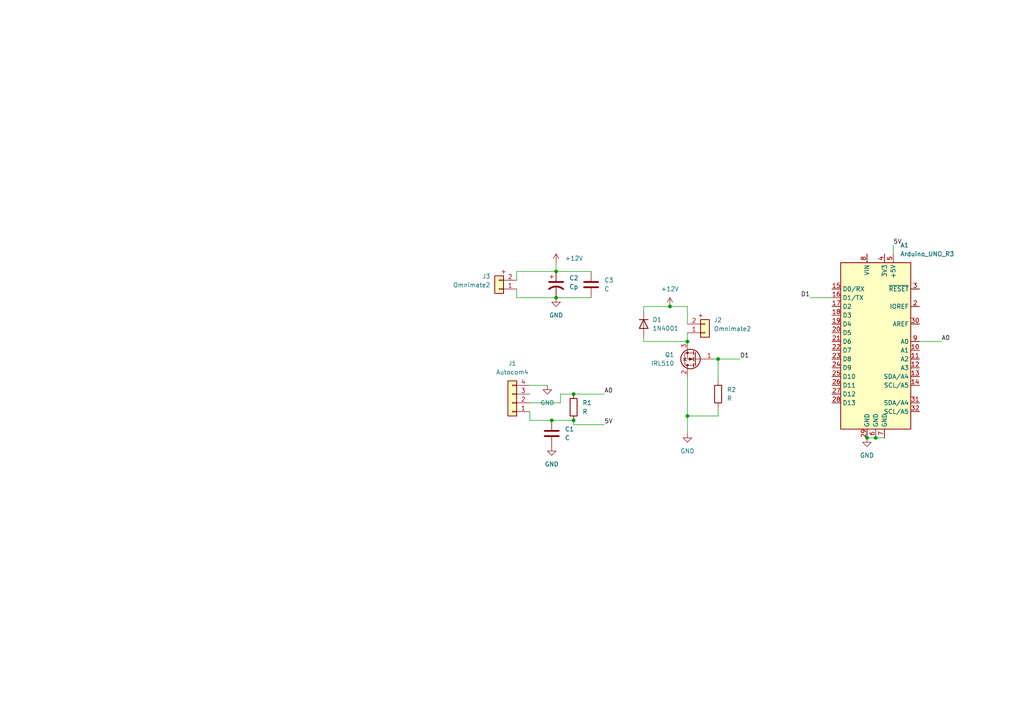
<source format=kicad_sch>
(kicad_sch (version 20211123) (generator eeschema)
  (paper "A4")
  (lib_symbols
    (symbol "Diode:1N4001" (pin_numbers hide) (pin_names (offset 1.016) hide)
      (property "Reference" "D" (at 0 2.54 0))
      (property "Value" "1N4001" (at 0 -2.54 0))
      (symbol "1N4001_0_1"
        (polyline (pts (xy -1.27 1.27) (xy -1.27 -1.27)) (stroke (width 0.254)))
        (polyline (pts (xy 1.27 0) (xy -1.27 0)))
        (polyline (pts (xy 1.27 1.27) (xy 1.27 -1.27) (xy -1.27 0) (xy 1.27 1.27)) (stroke (width 0.254)))
      )
      (symbol "1N4001_1_1"
        (pin passive line (at -3.81 0 0) (length 2.54) (name "K") (number "1"))
        (pin passive line (at 3.81 0 180) (length 2.54) (name "A") (number "2"))
      )
    )
    (symbol "MCU_Module:Arduino_UNO_R3"
      (property "Reference" "A" (at -10.16 23.495 0))
      (property "Value" "Arduino_UNO_R3" (at 5.08 -26.67 0))
      (symbol "Arduino_UNO_R3_0_1"
        (rectangle (start -10.16 22.86) (end 10.16 -25.4) (stroke (width 0.254)) (fill (type background)))
      )
      (symbol "Arduino_UNO_R3_1_1"
        (pin no_connect line (at -10.16 -20.32 0) (length 2.54) hide (name "NC") (number "1"))
        (pin bidirectional line (at 12.7 -2.54 180) (length 2.54) (name "A1") (number "10"))
        (pin bidirectional line (at 12.7 -5.08 180) (length 2.54) (name "A2") (number "11"))
        (pin bidirectional line (at 12.7 -7.62 180) (length 2.54) (name "A3") (number "12"))
        (pin bidirectional line (at 12.7 -10.16 180) (length 2.54) (name "SDA/A4") (number "13"))
        (pin bidirectional line (at 12.7 -12.7 180) (length 2.54) (name "SCL/A5") (number "14"))
        (pin bidirectional line (at -12.7 15.24 0) (length 2.54) (name "D0/RX") (number "15"))
        (pin bidirectional line (at -12.7 12.7 0) (length 2.54) (name "D1/TX") (number "16"))
        (pin bidirectional line (at -12.7 10.16 0) (length 2.54) (name "D2") (number "17"))
        (pin bidirectional line (at -12.7 7.62 0) (length 2.54) (name "D3") (number "18"))
        (pin bidirectional line (at -12.7 5.08 0) (length 2.54) (name "D4") (number "19"))
        (pin output line (at 12.7 10.16 180) (length 2.54) (name "IOREF") (number "2"))
        (pin bidirectional line (at -12.7 2.54 0) (length 2.54) (name "D5") (number "20"))
        (pin bidirectional line (at -12.7 0 0) (length 2.54) (name "D6") (number "21"))
        (pin bidirectional line (at -12.7 -2.54 0) (length 2.54) (name "D7") (number "22"))
        (pin bidirectional line (at -12.7 -5.08 0) (length 2.54) (name "D8") (number "23"))
        (pin bidirectional line (at -12.7 -7.62 0) (length 2.54) (name "D9") (number "24"))
        (pin bidirectional line (at -12.7 -10.16 0) (length 2.54) (name "D10") (number "25"))
        (pin bidirectional line (at -12.7 -12.7 0) (length 2.54) (name "D11") (number "26"))
        (pin bidirectional line (at -12.7 -15.24 0) (length 2.54) (name "D12") (number "27"))
        (pin bidirectional line (at -12.7 -17.78 0) (length 2.54) (name "D13") (number "28"))
        (pin power_in line (at -2.54 -27.94 90) (length 2.54) (name "GND") (number "29"))
        (pin input line (at 12.7 15.24 180) (length 2.54) (name "~{RESET}") (number "3"))
        (pin input line (at 12.7 5.08 180) (length 2.54) (name "AREF") (number "30"))
        (pin bidirectional line (at 12.7 -17.78 180) (length 2.54) (name "SDA/A4") (number "31"))
        (pin bidirectional line (at 12.7 -20.32 180) (length 2.54) (name "SCL/A5") (number "32"))
        (pin power_out line (at 2.54 25.4 270) (length 2.54) (name "3V3") (number "4"))
        (pin power_out line (at 5.08 25.4 270) (length 2.54) (name "+5V") (number "5"))
        (pin power_in line (at 0 -27.94 90) (length 2.54) (name "GND") (number "6"))
        (pin power_in line (at 2.54 -27.94 90) (length 2.54) (name "GND") (number "7"))
        (pin power_in line (at -2.54 25.4 270) (length 2.54) (name "VIN") (number "8"))
        (pin bidirectional line (at 12.7 0 180) (length 2.54) (name "A0") (number "9"))
      )
    )
    (symbol "SymbGamelGe2_v6:Autocom4" (pin_names (offset 1.016) hide)
      (property "Reference" "J" (at 0 5.08 0))
      (property "Value" "Autocom4" (at 0 -7.62 0))
      (symbol "Autocom4_1_1"
        (rectangle (start -1.27 -4.953) (end 0 -5.207) (stroke (width 0.1524)))
        (rectangle (start -1.27 -2.413) (end 0 -2.667) (stroke (width 0.1524)))
        (rectangle (start -1.27 0.127) (end 0 -0.127) (stroke (width 0.1524)))
        (rectangle (start -1.27 2.667) (end 0 2.413) (stroke (width 0.1524)))
        (rectangle (start -1.27 3.81) (end 1.27 -6.35) (stroke (width 0.254)) (fill (type background)))
        (pin passive line (at -5.08 2.54 0) (length 3.81) (name "Pin_1") (number "1"))
        (pin passive line (at -5.08 0 0) (length 3.81) (name "Pin_2") (number "2"))
        (pin passive line (at -5.08 -2.54 0) (length 3.81) (name "Pin_3") (number "3"))
        (pin passive line (at -5.08 -5.08 0) (length 3.81) (name "Pin_4") (number "4"))
      )
    )
    (symbol "SymbGamelGe2_v6:C" (pin_numbers hide) (pin_names (offset 0.254))
      (property "Reference" "C" (at 0.635 2.54 0))
      (property "Value" "C" (at 0.635 -2.54 0))
      (symbol "C_0_1"
        (polyline (pts (xy -2.032 -0.762) (xy 2.032 -0.762)) (stroke (width 0.508)))
        (polyline (pts (xy -2.032 0.762) (xy 2.032 0.762)) (stroke (width 0.508)))
      )
      (symbol "C_1_1"
        (pin passive line (at 0 3.81 270) (length 2.794) (name "~") (number "1"))
        (pin passive line (at 0 -3.81 90) (length 2.794) (name "~") (number "2"))
      )
    )
    (symbol "SymbGamelGe2_v6:Cp" (pin_numbers hide) (pin_names (offset 0.254) hide)
      (property "Reference" "C" (at 0.635 2.54 0))
      (property "Value" "Cp" (at 0.635 -2.54 0))
      (symbol "Cp_0_1"
        (polyline (pts (xy -2.032 0.762) (xy 2.032 0.762)) (stroke (width 0.508)))
        (polyline (pts (xy -1.778 2.286) (xy -0.762 2.286)))
        (polyline (pts (xy -1.27 1.778) (xy -1.27 2.794)))
        (arc (start 2.032 -1.27) (mid 0 -0.5572) (end -2.032 -1.27) (stroke (width 0.508)))
      )
      (symbol "Cp_1_1"
        (pin passive line (at 0 3.81 270) (length 2.794) (name "~") (number "1"))
        (pin passive line (at 0 -3.81 90) (length 3.302) (name "~") (number "2"))
      )
    )
    (symbol "SymbGamelGe2_v6:IRL510" (pin_names (offset 0) hide)
      (property "Reference" "Q" (at 6.35 1.905 0))
      (property "Value" "IRL510" (at 6.35 0 0))
      (symbol "IRL510_0_1"
        (polyline (pts (xy 0.254 0) (xy -2.54 0)))
        (polyline (pts (xy 0.762 -1.778) (xy 2.54 -1.778)))
        (polyline (pts (xy 0.762 -1.27) (xy 0.762 -2.286)) (stroke (width 0.254)))
        (polyline (pts (xy 0.762 0) (xy 2.54 0)))
        (polyline (pts (xy 0.762 0.508) (xy 0.762 -0.508)) (stroke (width 0.254)))
        (polyline (pts (xy 0.762 1.778) (xy 2.54 1.778)))
        (polyline (pts (xy 0.762 2.286) (xy 0.762 1.27)) (stroke (width 0.254)))
        (polyline (pts (xy 2.54 -1.778) (xy 2.54 -2.54)))
        (polyline (pts (xy 2.54 -1.778) (xy 2.54 0)))
        (polyline (pts (xy 2.54 2.54) (xy 2.54 1.778)))
        (polyline (pts (xy 0.254 1.905) (xy 0.254 -1.905) (xy 0.254 -1.905)) (stroke (width 0.254)))
        (polyline (pts (xy 1.016 0) (xy 2.032 0.381) (xy 2.032 -0.381) (xy 1.016 0)) (fill (type outline)))
        (polyline (pts (xy 2.54 -1.778) (xy 3.302 -1.778) (xy 3.302 1.778) (xy 2.54 1.778)))
        (polyline (pts (xy 2.794 0.508) (xy 2.921 0.381) (xy 3.683 0.381) (xy 3.81 0.254)))
        (polyline (pts (xy 3.302 0.381) (xy 2.921 -0.254) (xy 3.683 -0.254) (xy 3.302 0.381)))
        (circle (center 1.651 0) (radius 2.8194) (stroke (width 0.254)))
        (circle (center 2.54 -1.778) (radius 0.2794) (fill (type outline)))
        (circle (center 2.54 1.778) (radius 0.2794) (fill (type outline)))
      )
      (symbol "IRL510_1_1"
        (pin input line (at -5.08 0 0) (length 2.54) (name "G") (number "1"))
        (pin passive line (at 2.54 5.08 270) (length 2.54) (name "D") (number "2"))
        (pin passive line (at 2.54 -5.08 90) (length 2.54) (name "S") (number "3"))
      )
    )
    (symbol "SymbGamelGe2_v6:Omnimate2" (pin_names (offset 1.016) hide)
      (property "Reference" "J" (at -1.27 2.54 0))
      (property "Value" "Omnimate2" (at 0 -5.08 0))
      (symbol "Omnimate2_0_0"
        (text "+" (at 1.27 2.54 0) (effects (font (size 1.27 1.27))))
      )
      (symbol "Omnimate2_1_1"
        (rectangle (start -1.27 1.27) (end 1.27 -3.81) (stroke (width 0.254)) (fill (type background)))
        (rectangle (start 0 -2.413) (end 1.27 -2.667) (stroke (width 0.1524)))
        (rectangle (start 0 0.127) (end 1.27 -0.127) (stroke (width 0.1524)))
        (pin passive line (at 5.08 -2.54 180) (length 3.81) (name "Pin_1") (number "1"))
        (pin passive line (at 5.08 0 180) (length 3.81) (name "Pin_2") (number "2"))
      )
    )
    (symbol "SymbGamelGe2_v6:R" (pin_numbers hide) (pin_names (offset 0))
      (property "Reference" "R" (at 2.032 0 90))
      (property "Value" "R" (at 0 0 90))
      (symbol "R_0_1"
        (rectangle (start -1.016 -2.54) (end 1.016 2.54) (stroke (width 0.254)))
      )
      (symbol "R_1_1"
        (pin passive line (at 0 3.81 270) (length 1.27) (name "~") (number "1"))
        (pin passive line (at 0 -3.81 90) (length 1.27) (name "~") (number "2"))
      )
    )
    (symbol "power:+12V" (power) (pin_names (offset 0))
      (property "Value" "+12V" (at 0 3.556 0))
      (symbol "+12V_0_1"
        (polyline (pts (xy -0.762 1.27) (xy 0 2.54)))
        (polyline (pts (xy 0 0) (xy 0 2.54)))
        (polyline (pts (xy 0 2.54) (xy 0.762 1.27)))
      )
      (symbol "+12V_1_1"
        (pin power_in line (at 0 0 90) (length 0) hide (name "+12V") (number "1"))
      )
    )
    (symbol "power:GND" (power) (pin_names (offset 0))
      (property "Value" "GND" (at 0 -3.81 0))
      (symbol "GND_0_1"
        (polyline (pts (xy 0 0) (xy 0 -1.27) (xy 1.27 -1.27) (xy 0 -2.54) (xy -1.27 -1.27) (xy 0 -1.27)))
      )
      (symbol "GND_1_1"
        (pin power_in line (at 0 0 270) (length 0) hide (name "GND") (number "1"))
      )
    )
  )
  (junction (at 160.02 121.92))
  (junction (at 199.39 99.06))
  (junction (at 208.28 104.14))
  (junction (at 254 127))
  (junction (at 166.37 121.92))
  (junction (at 161.29 78.74))
  (junction (at 194.31 88.9))
  (junction (at 161.29 86.36))
  (junction (at 251.46 127))
  (junction (at 199.39 120.65))
  (junction (at 166.37 114.3))
  (wire (pts (xy 208.28 118.11) (xy 208.28 120.65)))
  (wire (pts (xy 153.67 111.76) (xy 158.75 111.76)))
  (wire (pts (xy 254 127) (xy 256.54 127)))
  (wire (pts (xy 149.86 83.82) (xy 149.86 86.36)))
  (wire (pts (xy 207.01 104.14) (xy 208.28 104.14)))
  (wire (pts (xy 234.95 86.36) (xy 241.3 86.36)))
  (wire (pts (xy 194.31 88.9) (xy 186.69 88.9)))
  (wire (pts (xy 199.39 96.52) (xy 199.39 99.06)))
  (wire (pts (xy 153.67 116.84) (xy 162.56 116.84)))
  (wire (pts (xy 186.69 88.9) (xy 186.69 90.17)))
  (wire (pts (xy 162.56 116.84) (xy 162.56 114.3)))
  (wire (pts (xy 161.29 76.2) (xy 161.29 78.74)))
  (wire (pts (xy 208.28 104.14) (xy 214.63 104.14)))
  (wire (pts (xy 199.39 93.98) (xy 199.39 88.9)))
  (wire (pts (xy 194.31 88.9) (xy 199.39 88.9)))
  (wire (pts (xy 166.37 114.3) (xy 175.26 114.3)))
  (wire (pts (xy 161.29 78.74) (xy 171.45 78.74)))
  (wire (pts (xy 161.29 86.36) (xy 171.45 86.36)))
  (wire (pts (xy 149.86 78.74) (xy 161.29 78.74)))
  (wire (pts (xy 175.26 123.19) (xy 166.37 123.19)))
  (wire (pts (xy 266.7 99.06) (xy 273.05 99.06)))
  (wire (pts (xy 199.39 99.06) (xy 186.69 99.06)))
  (wire (pts (xy 199.39 125.73) (xy 199.39 120.65)))
  (wire (pts (xy 162.56 114.3) (xy 166.37 114.3)))
  (wire (pts (xy 208.28 120.65) (xy 199.39 120.65)))
  (wire (pts (xy 153.67 121.92) (xy 153.67 119.38)))
  (wire (pts (xy 166.37 121.92) (xy 160.02 121.92)))
  (wire (pts (xy 186.69 99.06) (xy 186.69 97.79)))
  (wire (pts (xy 199.39 109.22) (xy 199.39 120.65)))
  (wire (pts (xy 166.37 123.19) (xy 166.37 121.92)))
  (wire (pts (xy 160.02 121.92) (xy 153.67 121.92)))
  (wire (pts (xy 149.86 86.36) (xy 161.29 86.36)))
  (wire (pts (xy 149.86 81.28) (xy 149.86 78.74)))
  (wire (pts (xy 208.28 104.14) (xy 208.28 110.49)))
  (wire (pts (xy 251.46 127) (xy 254 127)))
  (wire (pts (xy 259.08 71.12) (xy 259.08 73.66)))
  (label "A0" (at 175.26 114.3 0))
  (label "5V" (at 175.26 123.19 0))
  (label "A0" (at 273.05 99.06 0))
  (label "D1" (at 214.63 104.14 0))
  (label "5V" (at 259.08 71.12 0))
  (label "D1" (at 234.95 86.36 180))
  (symbol (lib_id "Diode:1N4001") (at 186.69 93.98 270) (unit 1)
    (property "Reference" "D1" (at 189.23 92.7099 90) (effects (justify left)))
    (property "Value" "1N4001" (at 189.23 95.2499 90) (effects (justify left)))
    (property "Footprint" "Diode_THT:D_DO-41_SOD81_P10.16mm_Horizontal" (effects hide))
    (property "Datasheet" "http://www.vishay.com/docs/88503/1n4001.pdf" (effects hide))
  )
  (symbol (lib_id "power:+12V") (at 194.31 88.9 0) (unit 1)
    (property "Reference" "#PWR0103" (effects hide))
    (property "Value" "+12V" (at 194.31 83.82 0))
  )
  (symbol (lib_id "SymbGamelGe2_v6:Autocom4") (at 148.59 116.84 180) (unit 1)
    (property "Reference" "J1" (at 148.59 105.41 0))
    (property "Value" "Autocom4" (at 148.59 107.95 0))
    (property "Footprint" "FootprintGamelGe2_v6:Autocom4" (effects hide))
  )
  (symbol (lib_id "power:GND") (at 160.02 129.54 0) (unit 1)
    (property "Reference" "#PWR0106" (effects hide))
    (property "Value" "GND" (at 160.02 134.62 0))
  )
  (symbol (lib_id "SymbGamelGe2_v6:Cp") (at 161.29 82.55 0) (unit 1)
    (property "Reference" "C2" (at 165.1 80.6449 0) (effects (justify left)))
    (property "Value" "Cp" (at 165.1 83.1849 0) (effects (justify left)))
    (property "Footprint" "FootprintGamelGe2_v6:CP_Radial_D10.0mm_P5.00mm" (effects hide))
  )
  (symbol (lib_id "SymbGamelGe2_v6:C") (at 160.02 125.73 0) (unit 1)
    (property "Reference" "C1" (at 163.83 124.4599 0) (effects (justify left)))
    (property "Value" "C" (at 163.83 126.9999 0) (effects (justify left)))
    (property "Footprint" "FootprintGamelGe2_v6:C_Rect_L7.0mm_W2.5mm_P5.00mm" (effects hide))
  )
  (symbol (lib_id "SymbGamelGe2_v6:Omnimate2") (at 144.78 81.28 0) (unit 1)
    (property "Reference" "J3" (at 142.24 80.1376 0) (effects (justify right)))
    (property "Value" "Omnimate2" (at 142.24 82.6776 0) (effects (justify right)))
    (property "Footprint" "FootprintGamelGe2_v6:OmnimateSL-5,08_1x02_P5.08mm_Vertical" (effects hide))
  )
  (symbol (lib_id "power:GND") (at 158.75 111.76 0) (unit 1)
    (property "Reference" "#PWR0102" (effects hide))
    (property "Value" "GND" (at 158.75 116.84 0))
  )
  (symbol (lib_id "SymbGamelGe2_v6:R") (at 208.28 114.3 0) (unit 1)
    (property "Reference" "R2" (at 210.82 113.0299 0) (effects (justify left)))
    (property "Value" "R" (at 210.82 115.5699 0) (effects (justify left)))
    (property "Footprint" "FootprintGamelGe2_v6:R_Axial_DIN0207_L6.3mm_D2.5mm_P10.16mm_Horizontal" (effects hide))
  )
  (symbol (lib_id "power:GND") (at 161.29 86.36 0) (unit 1)
    (property "Reference" "#PWR0107" (effects hide))
    (property "Value" "GND" (at 161.29 91.44 0))
  )
  (symbol (lib_id "MCU_Module:Arduino_UNO_R3") (at 254 99.06 0) (unit 1)
    (property "Reference" "A1" (at 261.0994 71.12 0) (effects (justify left)))
    (property "Value" "Arduino_UNO_R3" (at 261.0994 73.66 0) (effects (justify left)))
    (property "Footprint" "Module:Arduino_UNO_R3" (effects hide))
    (property "Datasheet" "https://www.arduino.cc/en/Main/arduinoBoardUno" (effects hide))
  )
  (symbol (lib_id "power:GND") (at 251.46 127 0) (unit 1)
    (property "Reference" "#PWR0105" (effects hide))
    (property "Value" "GND" (at 251.46 132.08 0))
  )
  (symbol (lib_id "SymbGamelGe2_v6:R") (at 166.37 118.11 0) (unit 1)
    (property "Reference" "R1" (at 168.91 116.8399 0) (effects (justify left)))
    (property "Value" "R" (at 168.91 119.3799 0) (effects (justify left)))
    (property "Footprint" "FootprintGamelGe2_v6:R_Axial_DIN0207_L6.3mm_D2.5mm_P10.16mm_Horizontal" (effects hide))
  )
  (symbol (lib_id "SymbGamelGe2_v6:C") (at 171.45 82.55 0) (unit 1)
    (property "Reference" "C3" (at 175.26 81.2799 0) (effects (justify left)))
    (property "Value" "C" (at 175.26 83.8199 0) (effects (justify left)))
    (property "Footprint" "FootprintGamelGe2_v6:C_Rect_L7.0mm_W2.5mm_P5.00mm" (effects hide))
  )
  (symbol (lib_id "SymbGamelGe2_v6:Omnimate2") (at 204.47 93.98 0) (mirror y) (unit 1)
    (property "Reference" "J2" (at 207.01 92.8376 0) (effects (justify right)))
    (property "Value" "Omnimate2" (at 207.01 95.3776 0) (effects (justify right)))
    (property "Footprint" "FootprintGamelGe2_v6:OmnimateSL-5,08_1x02_P5.08mm_Vertical" (effects hide))
  )
  (symbol (lib_id "power:+12V") (at 161.29 76.2 0) (unit 1)
    (property "Reference" "#PWR0104" (effects hide))
    (property "Value" "+12V" (at 163.83 74.9299 0) (effects (justify left)))
  )
  (symbol (lib_id "SymbGamelGe2_v6:IRL510") (at 201.93 104.14 180) (unit 1)
    (property "Reference" "Q1" (at 195.58 102.8699 0) (effects (justify left)))
    (property "Value" "IRL510" (at 195.58 105.4099 0) (effects (justify left)))
    (property "Footprint" "FootprintGamelGe2_v6:TO-220-3_Horizontal_TabDown" (effects hide))
    (property "Datasheet" "https://www.vishay.com/docs/91297/sihl510.pdf" (effects hide))
  )
  (symbol (lib_id "power:GND") (at 199.39 125.73 0) (unit 1)
    (property "Reference" "#PWR0101" (effects hide))
    (property "Value" "GND" (at 199.39 130.81 0))
  )
)
</source>
